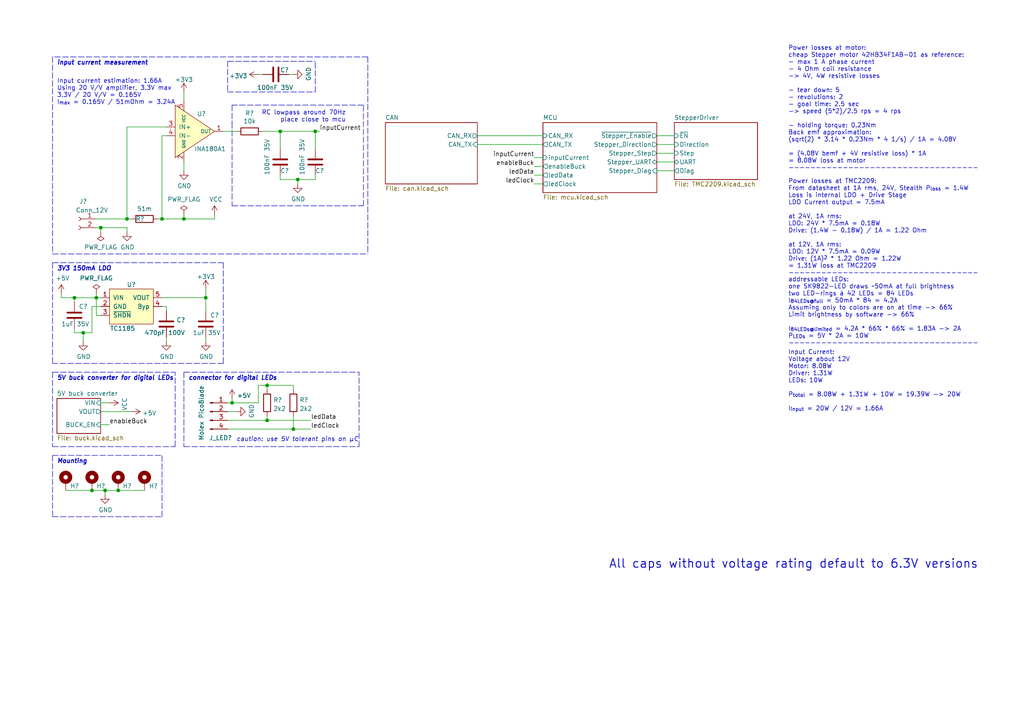
<source format=kicad_sch>
(kicad_sch (version 20211123) (generator eeschema)
  (paper "A4")
  (title_block (title "Stepper Servo") (company "oTToCar"))
  (lib_symbols
    (symbol "Connector:Conn_01x02_Female" (pin_names (offset 1.016) hide)
      (property "Reference" "J" (at 0 2.54 0))
      (property "Value" "Conn_01x02_Female" (at 0 -5.08 0))
      (symbol "Conn_01x02_Female_1_1"
        (arc (start 0 -2.032) (mid -0.508 -2.54) (end 0 -3.048) (stroke (width 0.1524)))
        (polyline (pts (xy -1.27 -2.54) (xy -0.508 -2.54)) (stroke (width 0.1524)))
        (polyline (pts (xy -1.27 0) (xy -0.508 0)) (stroke (width 0.1524)))
        (arc (start 0 0.508) (mid -0.508 0) (end 0 -0.508) (stroke (width 0.1524)))
        (pin passive line (at -5.08 0 0) (length 3.81) (name "Pin_1") (number "1"))
        (pin passive line (at -5.08 -2.54 0) (length 3.81) (name "Pin_2") (number "2"))
      )
    )
    (symbol "Connector:Conn_01x04_Male" (pin_names (offset 1.016) hide)
      (property "Reference" "J" (at 0 5.08 0))
      (property "Value" "Conn_01x04_Male" (at 0 -7.62 0))
      (symbol "Conn_01x04_Male_1_1"
        (polyline (pts (xy 1.27 -5.08) (xy 0.8636 -5.08)) (stroke (width 0.1524)))
        (polyline (pts (xy 1.27 -2.54) (xy 0.8636 -2.54)) (stroke (width 0.1524)))
        (polyline (pts (xy 1.27 0) (xy 0.8636 0)) (stroke (width 0.1524)))
        (polyline (pts (xy 1.27 2.54) (xy 0.8636 2.54)) (stroke (width 0.1524)))
        (rectangle (start 0.8636 -4.953) (end 0 -5.207) (stroke (width 0.1524)) (fill (type outline)))
        (rectangle (start 0.8636 -2.413) (end 0 -2.667) (stroke (width 0.1524)) (fill (type outline)))
        (rectangle (start 0.8636 0.127) (end 0 -0.127) (stroke (width 0.1524)) (fill (type outline)))
        (rectangle (start 0.8636 2.667) (end 0 2.413) (stroke (width 0.1524)) (fill (type outline)))
        (pin passive line (at 5.08 2.54 180) (length 3.81) (name "Pin_1") (number "1"))
        (pin passive line (at 5.08 0 180) (length 3.81) (name "Pin_2") (number "2"))
        (pin passive line (at 5.08 -2.54 180) (length 3.81) (name "Pin_3") (number "3"))
        (pin passive line (at 5.08 -5.08 180) (length 3.81) (name "Pin_4") (number "4"))
      )
    )
    (symbol "Device:C" (pin_numbers hide) (pin_names (offset 0.254))
      (property "Reference" "C" (at 0.635 2.54 0))
      (property "Value" "C" (at 0.635 -2.54 0))
      (symbol "C_0_1"
        (polyline (pts (xy -2.032 -0.762) (xy 2.032 -0.762)) (stroke (width 0.508)))
        (polyline (pts (xy -2.032 0.762) (xy 2.032 0.762)) (stroke (width 0.508)))
      )
      (symbol "C_1_1"
        (pin passive line (at 0 3.81 270) (length 2.794) (name "~") (number "1"))
        (pin passive line (at 0 -3.81 90) (length 2.794) (name "~") (number "2"))
      )
    )
    (symbol "Device:R" (pin_numbers hide) (pin_names (offset 0))
      (property "Reference" "R" (at 2.032 0 90))
      (property "Value" "R" (at 0 0 90))
      (symbol "R_0_1"
        (rectangle (start -1.016 -2.54) (end 1.016 2.54) (stroke (width 0.254)))
      )
      (symbol "R_1_1"
        (pin passive line (at 0 3.81 270) (length 1.27) (name "~") (number "1"))
        (pin passive line (at 0 -3.81 90) (length 1.27) (name "~") (number "2"))
      )
    )
    (symbol "Mechanical:MountingHole_Pad" (pin_numbers hide) (pin_names (offset 1.016) hide)
      (property "Reference" "H" (at 0 6.35 0))
      (property "Value" "MountingHole_Pad" (at 0 4.445 0))
      (symbol "MountingHole_Pad_0_1"
        (circle (center 0 1.27) (radius 1.27) (stroke (width 1.27)))
      )
      (symbol "MountingHole_Pad_1_1"
        (pin input line (at 0 -2.54 90) (length 2.54) (name "1") (number "1"))
      )
    )
    (symbol "extraSymbols:INA180A1" (pin_names (offset 1.016))
      (property "Reference" "U" (at 8.89 -3.81 0))
      (property "Value" "INA180A1" (at 10.16 4.445 0))
      (symbol "INA180A1_0_0"
        (pin output line (at 13.97 0 180) (length 2.54) (name "OUT") (number "1"))
        (pin power_in line (at 2.54 -8.89 90) (length 2.9) (name "GND") (number "2"))
        (pin passive line (at -2.54 1.27 0) (length 2.54) (name "IN+") (number "3"))
        (pin passive line (at -2.54 -1.27 0) (length 2.54) (name "IN-") (number "4"))
        (pin power_in line (at 2.54 8.89 270) (length 2.9) (name "VCC") (number "5"))
      )
      (symbol "INA180A1_0_1"
        (polyline (pts (xy 11.43 0) (xy 0 7.62) (xy 0 -7.62) (xy 11.43 0)) (fill (type background)))
      )
    )
    (symbol "extraSymbols:TC1185" (pin_names (offset 1.016))
      (property "Reference" "U?" (at 0 9.271 0))
      (property "Value" "TC1185" (at 0 6.9596 0))
      (symbol "TC1185_0_1"
        (rectangle (start -6.35 5.08) (end 6.35 -5.08) (fill (type background)))
      )
      (symbol "TC1185_1_1"
        (pin power_in line (at -8.89 2.54 0) (length 2.54) (name "VIN") (number "1"))
        (pin power_in line (at -8.89 0 0) (length 2.54) (name "GND") (number "2"))
        (pin input line (at -8.89 -2.54 0) (length 2.54) (name "~{SHDN}") (number "3"))
        (pin input line (at 8.89 0 180) (length 2.54) (name "Byp") (number "4"))
        (pin power_out line (at 8.89 2.54 180) (length 2.54) (name "VOUT") (number "5"))
      )
    )
    (symbol "power:+3V3" (power) (pin_names (offset 0))
      (property "Value" "+3V3" (at 0 3.556 0))
      (symbol "+3V3_0_1"
        (polyline (pts (xy -0.762 1.27) (xy 0 2.54)))
        (polyline (pts (xy 0 0) (xy 0 2.54)))
        (polyline (pts (xy 0 2.54) (xy 0.762 1.27)))
      )
      (symbol "+3V3_1_1"
        (pin power_in line (at 0 0 90) (length 0) hide (name "+3V3") (number "1"))
      )
    )
    (symbol "power:+5V" (power) (pin_names (offset 0))
      (property "Value" "+5V" (at 0 3.556 0))
      (symbol "+5V_0_1"
        (polyline (pts (xy -0.762 1.27) (xy 0 2.54)))
        (polyline (pts (xy 0 0) (xy 0 2.54)))
        (polyline (pts (xy 0 2.54) (xy 0.762 1.27)))
      )
      (symbol "+5V_1_1"
        (pin power_in line (at 0 0 90) (length 0) hide (name "+5V") (number "1"))
      )
    )
    (symbol "power:GND" (power) (pin_names (offset 0))
      (property "Value" "GND" (at 0 -3.81 0))
      (symbol "GND_0_1"
        (polyline (pts (xy 0 0) (xy 0 -1.27) (xy 1.27 -1.27) (xy 0 -2.54) (xy -1.27 -1.27) (xy 0 -1.27)))
      )
      (symbol "GND_1_1"
        (pin power_in line (at 0 0 270) (length 0) hide (name "GND") (number "1"))
      )
    )
    (symbol "power:PWR_FLAG" (power) (pin_numbers hide) (pin_names (offset 0) hide)
      (property "Value" "PWR_FLAG" (at 0 3.81 0))
      (symbol "PWR_FLAG_0_0"
        (pin power_out line (at 0 0 90) (length 0) (name "pwr") (number "1"))
      )
      (symbol "PWR_FLAG_0_1"
        (polyline (pts (xy 0 0) (xy 0 1.27) (xy -1.016 1.905) (xy 0 2.54) (xy 1.016 1.905) (xy 0 1.27)))
      )
    )
    (symbol "power:VCC" (power) (pin_names (offset 0))
      (property "Value" "VCC" (at 0 3.81 0))
      (symbol "VCC_0_1"
        (polyline (pts (xy -0.762 1.27) (xy 0 2.54)))
        (polyline (pts (xy 0 0) (xy 0 2.54)))
        (polyline (pts (xy 0 2.54) (xy 0.762 1.27)))
      )
      (symbol "VCC_1_1"
        (pin power_in line (at 0 0 90) (length 0) hide (name "VCC") (number "1"))
      )
    )
  )
  (junction (at 59.69 86.36))
  (junction (at 30.48 142.24))
  (junction (at 53.34 63.5))
  (junction (at 26.67 142.24))
  (junction (at 91.44 38.1))
  (junction (at 46.99 63.5))
  (junction (at 67.31 116.84))
  (junction (at 27.94 86.36))
  (junction (at 24.13 96.52))
  (junction (at 85.09 124.46))
  (junction (at 77.47 111.76))
  (junction (at 77.47 121.92))
  (junction (at 86.36 52.07))
  (junction (at 34.29 142.24))
  (junction (at 36.83 63.5))
  (junction (at 29.21 66.04))
  (junction (at 21.59 86.36))
  (junction (at 81.28 38.1))
  (polyline (pts (xy 15.24 76.2) (xy 15.24 105.41)))
  (wire (pts (xy 62.23 63.5) (xy 62.23 62.23)))
  (polyline (pts (xy 64.77 105.41) (xy 15.24 105.41)))
  (wire (pts (xy 85.09 120.65) (xy 85.09 124.46)))
  (polyline (pts (xy 91.44 26.67) (xy 91.44 17.78)))
  (wire (pts (xy 30.48 142.24) (xy 34.29 142.24)))
  (polyline (pts (xy 105.41 59.69) (xy 105.41 30.48)))
  (wire (pts (xy 34.29 142.24) (xy 41.91 142.24)))
  (polyline (pts (xy 66.04 26.67) (xy 91.44 26.67)))
  (wire (pts (xy 81.28 52.07) (xy 81.28 50.8)))
  (wire (pts (xy 27.94 86.36) (xy 29.21 86.36)))
  (polyline (pts (xy 106.68 16.51) (xy 106.68 73.66)))
  (wire (pts (xy 154.94 45.72) (xy 157.48 45.72)))
  (polyline (pts (xy 66.04 17.78) (xy 91.44 17.78)))
  (wire (pts (xy 21.59 86.36) (xy 27.94 86.36)))
  (polyline (pts (xy 67.31 30.48) (xy 67.31 35.56)))
  (wire (pts (xy 76.2 38.1) (xy 81.28 38.1)))
  (polyline (pts (xy 15.24 16.51) (xy 15.24 73.66)))
  (wire (pts (xy 46.99 39.37) (xy 46.99 63.5)))
  (wire (pts (xy 77.47 120.65) (xy 77.47 121.92)))
  (wire (pts (xy 77.47 111.76) (xy 85.09 111.76)))
  (wire (pts (xy 195.58 41.91) (xy 190.5 41.91)))
  (polyline (pts (xy 15.24 129.54) (xy 50.8 129.54)))
  (wire (pts (xy 85.09 111.76) (xy 85.09 113.03)))
  (wire (pts (xy 67.31 115.57) (xy 67.31 116.84)))
  (wire (pts (xy 67.31 116.84) (xy 66.04 116.84)))
  (polyline (pts (xy 15.24 149.86) (xy 46.99 149.86)))
  (wire (pts (xy 26.67 142.24) (xy 30.48 142.24)))
  (wire (pts (xy 29.21 119.38) (xy 38.1 119.38)))
  (wire (pts (xy 66.04 124.46) (xy 85.09 124.46)))
  (wire (pts (xy 53.34 46.99) (xy 53.34 49.53)))
  (wire (pts (xy 48.26 39.37) (xy 46.99 39.37)))
  (polyline (pts (xy 66.04 17.78) (xy 66.04 26.67)))
  (wire (pts (xy 66.04 121.92) (xy 77.47 121.92)))
  (wire (pts (xy 66.04 119.38) (xy 68.58 119.38)))
  (wire (pts (xy 53.34 26.67) (xy 53.34 29.21)))
  (wire (pts (xy 86.36 52.07) (xy 91.44 52.07)))
  (polyline (pts (xy 67.31 59.69) (xy 105.41 59.69)))
  (wire (pts (xy 67.31 116.84) (xy 74.93 116.84)))
  (wire (pts (xy 26.67 88.9) (xy 26.67 96.52)))
  (wire (pts (xy 29.21 67.31) (xy 29.21 66.04)))
  (wire (pts (xy 190.5 44.45) (xy 195.58 44.45)))
  (wire (pts (xy 85.09 124.46) (xy 90.17 124.46)))
  (wire (pts (xy 29.21 123.19) (xy 31.75 123.19)))
  (wire (pts (xy 85.09 21.59) (xy 83.82 21.59)))
  (wire (pts (xy 138.43 41.91) (xy 157.48 41.91)))
  (wire (pts (xy 91.44 38.1) (xy 92.71 38.1)))
  (wire (pts (xy 190.5 39.37) (xy 195.58 39.37)))
  (wire (pts (xy 26.67 96.52) (xy 24.13 96.52)))
  (wire (pts (xy 36.83 63.5) (xy 38.1 63.5)))
  (polyline (pts (xy 53.34 107.95) (xy 104.14 107.95)))
  (polyline (pts (xy 15.24 132.08) (xy 15.24 149.86)))
  (wire (pts (xy 74.93 111.76) (xy 77.47 111.76)))
  (wire (pts (xy 21.59 96.52) (xy 21.59 95.25)))
  (wire (pts (xy 48.26 97.79) (xy 48.26 99.06)))
  (wire (pts (xy 46.99 63.5) (xy 53.34 63.5)))
  (wire (pts (xy 81.28 52.07) (xy 86.36 52.07)))
  (wire (pts (xy 27.94 86.36) (xy 27.94 85.09)))
  (wire (pts (xy 154.94 53.34) (xy 157.48 53.34)))
  (wire (pts (xy 154.94 48.26) (xy 157.48 48.26)))
  (wire (pts (xy 48.26 36.83) (xy 36.83 36.83)))
  (wire (pts (xy 154.94 50.8) (xy 157.48 50.8)))
  (polyline (pts (xy 105.41 30.48) (xy 67.31 30.48)))
  (wire (pts (xy 45.72 63.5) (xy 46.99 63.5)))
  (wire (pts (xy 36.83 36.83) (xy 36.83 63.5)))
  (wire (pts (xy 74.93 21.59) (xy 76.2 21.59)))
  (polyline (pts (xy 53.34 129.54) (xy 104.14 129.54)))
  (wire (pts (xy 53.34 63.5) (xy 62.23 63.5)))
  (wire (pts (xy 91.44 52.07) (xy 91.44 50.8)))
  (polyline (pts (xy 15.24 107.95) (xy 15.24 129.54)))
  (wire (pts (xy 29.21 66.04) (xy 36.83 66.04)))
  (polyline (pts (xy 67.31 35.56) (xy 67.31 59.69)))
  (wire (pts (xy 19.05 142.24) (xy 26.67 142.24)))
  (wire (pts (xy 30.48 142.24) (xy 30.48 143.51)))
  (wire (pts (xy 77.47 121.92) (xy 90.17 121.92)))
  (wire (pts (xy 17.78 86.36) (xy 17.78 85.09)))
  (wire (pts (xy 24.13 99.06) (xy 24.13 96.52)))
  (wire (pts (xy 27.94 91.44) (xy 27.94 86.36)))
  (wire (pts (xy 59.69 90.17) (xy 59.69 86.36)))
  (wire (pts (xy 27.94 66.04) (xy 29.21 66.04)))
  (wire (pts (xy 64.77 38.1) (xy 68.58 38.1)))
  (wire (pts (xy 190.5 46.99) (xy 195.58 46.99)))
  (polyline (pts (xy 106.68 16.51) (xy 15.24 16.51)))
  (polyline (pts (xy 53.34 107.95) (xy 53.34 129.54)))
  (wire (pts (xy 36.83 66.04) (xy 36.83 67.31)))
  (wire (pts (xy 17.78 86.36) (xy 21.59 86.36)))
  (wire (pts (xy 81.28 38.1) (xy 91.44 38.1)))
  (wire (pts (xy 53.34 62.23) (xy 53.34 63.5)))
  (wire (pts (xy 74.93 116.84) (xy 74.93 111.76)))
  (wire (pts (xy 21.59 87.63) (xy 21.59 86.36)))
  (wire (pts (xy 91.44 38.1) (xy 91.44 43.18)))
  (wire (pts (xy 27.94 63.5) (xy 36.83 63.5)))
  (wire (pts (xy 138.43 39.37) (xy 157.48 39.37)))
  (polyline (pts (xy 64.77 76.2) (xy 64.77 105.41)))
  (wire (pts (xy 59.69 99.06) (xy 59.69 97.79)))
  (polyline (pts (xy 46.99 149.86) (xy 46.99 132.08)))
  (wire (pts (xy 77.47 113.03) (xy 77.47 111.76)))
  (polyline (pts (xy 15.24 76.2) (xy 64.77 76.2)))
  (wire (pts (xy 24.13 96.52) (xy 21.59 96.52)))
  (wire (pts (xy 48.26 90.17) (xy 48.26 88.9)))
  (polyline (pts (xy 15.24 132.08) (xy 46.99 132.08)))
  (wire (pts (xy 48.26 88.9) (xy 46.99 88.9)))
  (wire (pts (xy 29.21 91.44) (xy 27.94 91.44)))
  (wire (pts (xy 86.36 52.07) (xy 86.36 53.34)))
  (wire (pts (xy 29.21 116.84) (xy 31.75 116.84)))
  (polyline (pts (xy 50.8 129.54) (xy 50.8 107.95)))
  (polyline (pts (xy 15.24 107.95) (xy 50.8 107.95)))
  (wire (pts (xy 29.21 88.9) (xy 26.67 88.9)))
  (polyline (pts (xy 104.14 129.54) (xy 104.14 107.95)))
  (wire (pts (xy 46.99 86.36) (xy 59.69 86.36)))
  (wire (pts (xy 59.69 86.36) (xy 59.69 83.82)))
  (wire (pts (xy 81.28 38.1) (xy 81.28 43.18)))
  (wire (pts (xy 195.58 49.53) (xy 190.5 49.53)))
  (polyline (pts (xy 15.24 73.66) (xy 106.68 73.66)))
  (text "All caps without voltage rating default to 6.3V versions" (at 176.53 165.1 0) (effects (font (size 2.5 2.5) (thickness 0.254) bold) (justify left bottom)))
  (text "caution: use 5V tolerant pins on µC" (at 68.58 128.27 0) (effects (font (size 1.27 1.27) italic) (justify left bottom)))
  (text "Input current estimation: 1.66A\nUsing 20 V/V amplifier, 3.3V max\n3.3V / 20 V/V = 0.165V \nI_{max} = 0.165V / 51mOhm = 3.24A" (at 16.51 30.48 0) (effects (font (size 1.27 1.27)) (justify left bottom)))
  (text "Power losses at TMC2209:\nFrom datasheet at 1A rms, 24V, Stealth P_{loss} = 1.4W\nLoss is internal LDO + Drive Stage\nLDO Current output = 7.5mA\n\nat 24V, 1A rms: \nLDO: 24V * 7.5mA = 0.18W\nDrive: (1.4W - 0.18W) / 1A = 1.22 Ohm\n\nat 12V, 1A rms: \nLDO: 12V * 7.5mA = 0.09W\nDrive: (1A)^{2} * 1.22 Ohm = 1.22W\n= 1.31W loss at TMC2209\n-----------------------------------" (at 228.6 80.01 0) (effects (font (size 1.27 1.27)) (justify left bottom)))
  (text "RC lowpass around 70Hz\nplace close to mcu" (at 100.33 35.56 180) (effects (font (size 1.27 1.27)) (justify right bottom)))
  (text "addressable LEDs:\none SK9822-LED draws ~50mA at full brightness\ntwo LED-rings á 42 LEDs = 84 LEDs\nI_{84LEDs@full} = 50mA * 84 = 4.2A\nAssuming only to colors are on at time -> 66%\nLimit brightness by software -> 66% \n\nI_{84LEDs@limited} = 4.2A * 66% * 66% = 1.83A -> 2A\nP_{LEDs} = 5V * 2A = 10W\n-----------------------------------" (at 228.6 100.33 0) (effects (font (size 1.27 1.27)) (justify left bottom)))
  (text "3V3 150mA LDO" (at 16.51 78.74 0) (effects (font (size 1.27 1.27) (thickness 0.254) bold italic) (justify left bottom)))
  (text "connector for digital LEDs" (at 54.61 110.49 0) (effects (font (size 1.27 1.27) (thickness 0.254) bold italic) (justify left bottom)))
  (text "input current measurement" (at 16.51 19.05 0) (effects (font (size 1.27 1.27) (thickness 0.254) bold italic) (justify left bottom)))
  (text "Mounting" (at 16.51 134.62 0) (effects (font (size 1.27 1.27) (thickness 0.254) bold italic) (justify left bottom)))
  (text "5V buck converter for digital LEDs" (at 16.51 110.49 0) (effects (font (size 1.27 1.27) (thickness 0.254) bold italic) (justify left bottom)))
  (text "Input Current:\nVoltage about 12V\nMotor: 8.08W\nDriver: 1.31W\nLEDs: 10W\n\nP_{total} = 8.08W + 1.31W + 10W = 19.39W -> 20W\n\nI_{input} = 20W / 12V = 1.66A\n" (at 228.6 119.38 0) (effects (font (size 1.27 1.27)) (justify left bottom)))
  (text "Power losses at motor:\ncheap Stepper motor 42HB34F1AB-01 as reference:\n- max 1 A phase current \n- 4 Ohm coil resistance\n-> 4V, 4W resistive losses\n\n- tear down: 5\n- revolutions: 2\n- goal time: 2.5 sec\n-> speed (5*2)/2.5 rps = 4 rps\n\n- holding torque: 0.23Nm\nBack emf approximation:\n(sqrt(2) * 3.14 * 0.23Nm * 4 1/s) / 1A = 4.08V\n\n= (4.08V bemf + 4V resistive loss) * 1A \n= 8.08W loss at motor\n-----------------------------------" (at 228.6 49.53 0) (effects (font (size 1.27 1.27)) (justify left bottom)))
  (label "enableBuck" (at 31.75 123.19 0))
  (label "ledClock" (at 154.94 53.34 180))
  (label "ledData" (at 90.17 121.92 0))
  (label "inputCurrent" (at 92.71 38.1 0))
  (label "enableBuck" (at 154.94 48.26 180))
  (label "ledData" (at 154.94 50.8 180))
  (label "ledClock" (at 90.17 124.46 0))
  (label "inputCurrent" (at 154.94 45.72 180))
  (symbol (lib_id "Device:C") (at 21.59 91.44 0) (unit 1)
    (property "Reference" "C?" (at 22.86 88.9 0) (effects (justify left)))
    (property "Value" "1uF 35V" (at 17.78 93.98 0) (effects (justify left)))
    (property "Footprint" "Capacitor_SMD:C_0603_1608Metric" (effects hide))
  )
  (symbol (lib_id "Device:C") (at 48.26 93.98 0) (unit 1)
    (property "Reference" "C?" (at 51.181 92.8116 0) (effects (justify left)))
    (property "Value" "470pF 100V" (at 41.91 96.52 0) (effects (justify left)))
    (property "Footprint" "Capacitor_SMD:C_0603_1608Metric" (effects hide))
  )
  (symbol (lib_id "power:GND") (at 48.26 99.06 0) (unit 1)
    (property "Reference" "#PWR?" (effects hide))
    (property "Value" "GND" (at 48.387 103.4542 0))
  )
  (symbol (lib_id "Device:C") (at 59.69 93.98 0) (unit 1)
    (property "Reference" "C?" (at 60.96 91.44 0) (effects (justify left)))
    (property "Value" "1uF 35V" (at 55.88 96.52 0) (effects (justify left)))
    (property "Footprint" "Capacitor_SMD:C_0603_1608Metric" (effects hide))
  )
  (symbol (lib_id "power:GND") (at 59.69 99.06 0) (unit 1)
    (property "Reference" "#PWR?" (effects hide))
    (property "Value" "GND" (at 59.817 103.4542 0))
  )
  (symbol (lib_id "power:GND") (at 24.13 99.06 0) (unit 1)
    (property "Reference" "#PWR?" (effects hide))
    (property "Value" "GND" (at 24.257 103.4542 0))
  )
  (symbol (lib_id "power:+5V") (at 17.78 85.09 0) (unit 1)
    (property "Reference" "#PWR?" (effects hide))
    (property "Value" "+5V" (at 18.161 80.6958 0))
  )
  (symbol (lib_id "power:PWR_FLAG") (at 27.94 85.09 0) (unit 1)
    (property "Reference" "#FLG?" (effects hide))
    (property "Value" "PWR_FLAG" (at 27.94 80.6958 0))
  )
  (symbol (lib_id "power:GND") (at 36.83 67.31 0) (unit 1)
    (property "Reference" "#PWR?" (effects hide))
    (property "Value" "GND" (at 36.957 71.7042 0))
  )
  (symbol (lib_id "Mechanical:MountingHole_Pad") (at 19.05 139.7 0) (unit 1)
    (property "Reference" "H?" (at 20.32 140.97 0) (effects (justify left)))
    (property "Value" "MountingHole_Pad" (effects hide))
    (property "Footprint" "MountingHole:MountingHole_3.2mm_M3_Pad_Via" (effects hide))
  )
  (symbol (lib_id "Mechanical:MountingHole_Pad") (at 26.67 139.7 0) (unit 1)
    (property "Reference" "H?" (at 27.94 140.97 0) (effects (justify left)))
    (property "Value" "MountingHole_Pad" (effects hide))
    (property "Footprint" "MountingHole:MountingHole_3.2mm_M3_Pad_Via" (effects hide))
  )
  (symbol (lib_id "Mechanical:MountingHole_Pad") (at 34.29 139.7 0) (unit 1)
    (property "Reference" "H?" (at 35.56 140.97 0) (effects (justify left)))
    (property "Value" "MountingHole_Pad" (effects hide))
    (property "Footprint" "MountingHole:MountingHole_3.2mm_M3_Pad_Via" (effects hide))
  )
  (symbol (lib_id "Mechanical:MountingHole_Pad") (at 41.91 139.7 0) (unit 1)
    (property "Reference" "H?" (at 43.18 140.97 0) (effects (justify left)))
    (property "Value" "MountingHole_Pad" (effects hide))
    (property "Footprint" "MountingHole:MountingHole_3.2mm_M3_Pad_Via" (effects hide))
  )
  (symbol (lib_id "power:GND") (at 30.48 143.51 0) (unit 1)
    (property "Reference" "#PWR?" (effects hide))
    (property "Value" "GND" (at 30.607 147.9042 0))
  )
  (symbol (lib_id "Device:R") (at 72.39 38.1 270) (unit 1)
    (property "Reference" "R?" (at 72.39 32.8422 90))
    (property "Value" "10k" (at 72.39 35.1536 90))
    (property "Footprint" "Resistor_SMD:R_0603_1608Metric" (effects hide))
  )
  (symbol (lib_id "Device:C") (at 91.44 46.99 0) (unit 1)
    (property "Reference" "C?" (at 91.44 49.53 0) (effects (justify left)))
    (property "Value" "100nF 35V" (at 87.63 50.8 90) (effects (justify left)))
    (property "Footprint" "Capacitor_SMD:C_0603_1608Metric" (effects hide))
  )
  (symbol (lib_id "Device:C") (at 81.28 46.99 0) (unit 1)
    (property "Reference" "C?" (at 81.28 49.53 0) (effects (justify left)))
    (property "Value" "100nF 35V" (at 77.47 50.8 90) (effects (justify left)))
    (property "Footprint" "Capacitor_SMD:C_0603_1608Metric" (effects hide))
  )
  (symbol (lib_id "power:VCC") (at 62.23 62.23 0) (unit 1)
    (property "Reference" "#PWR?" (effects hide))
    (property "Value" "VCC" (at 62.611 57.8358 0))
  )
  (symbol (lib_id "Device:R") (at 41.91 63.5 270) (unit 1)
    (property "Reference" "R?" (at 40.64 63.5 90))
    (property "Value" "51m" (at 41.91 60.5536 90))
    (property "Footprint" "Resistor_SMD:R_0612_1632Metric" (effects hide))
  )
  (symbol (lib_id "power:PWR_FLAG") (at 29.21 67.31 180) (unit 1)
    (property "Reference" "#FLG?" (effects hide))
    (property "Value" "PWR_FLAG" (at 29.21 71.7042 0))
  )
  (symbol (lib_id "power:PWR_FLAG") (at 53.34 62.23 0) (unit 1)
    (property "Reference" "#FLG?" (effects hide))
    (property "Value" "PWR_FLAG" (at 53.34 57.8358 0))
  )
  (symbol (lib_id "power:GND") (at 53.34 49.53 0) (unit 1)
    (property "Reference" "#PWR?" (effects hide))
    (property "Value" "GND" (at 53.467 53.9242 0))
  )
  (symbol (lib_id "power:GND") (at 86.36 53.34 0) (unit 1)
    (property "Reference" "#PWR?" (effects hide))
    (property "Value" "GND" (at 86.487 57.7342 0))
  )
  (symbol (lib_id "Device:C") (at 80.01 21.59 90) (unit 1)
    (property "Reference" "C?" (at 83.82 20.32 90) (effects (justify left)))
    (property "Value" "100nF 35V" (at 85.09 25.4 90) (effects (justify left)))
    (property "Footprint" "Capacitor_SMD:C_0603_1608Metric" (effects hide))
  )
  (symbol (lib_id "power:GND") (at 85.09 21.59 90) (unit 1)
    (property "Reference" "#PWR?" (effects hide))
    (property "Value" "GND" (at 89.4842 21.463 0))
  )
  (symbol (lib_id "extraSymbols:TC1185") (at 38.1 88.9 0) (unit 1)
    (property "Reference" "U?" (at 38.1 82.55 0))
    (property "Value" "TC1185" (at 35.56 95.25 0))
    (property "Footprint" "Package_TO_SOT_SMD:SOT-23-5" (effects hide))
    (property "Datasheet" "http://ww1.microchip.com/downloads/en/devicedoc/21335e.pdf" (effects hide))
  )
  (symbol (lib_id "power:VCC") (at 31.75 116.84 270) (unit 1)
    (property "Reference" "#PWR?" (effects hide))
    (property "Value" "VCC" (at 36.1442 117.221 0))
  )
  (symbol (lib_id "power:+3V3") (at 59.69 83.82 0) (unit 1)
    (property "Reference" "#PWR?" (effects hide))
    (property "Value" "+3V3" (at 59.69 80.2442 0))
  )
  (symbol (lib_id "power:+3V3") (at 53.34 26.67 0) (unit 1)
    (property "Reference" "#PWR?" (effects hide))
    (property "Value" "+3V3" (at 53.34 23.0942 0))
  )
  (symbol (lib_id "Connector:Conn_01x02_Female") (at 22.86 63.5 0) (mirror y) (unit 1)
    (property "Reference" "J?" (at 24.13 58.42 0))
    (property "Value" "Conn_12V" (at 26.67 60.96 0))
  )
  (symbol (lib_id "Connector:Conn_01x04_Male") (at 60.96 119.38 0) (unit 1)
    (property "Reference" "J_LED?" (at 67.31 127 0) (effects (justify right)))
    (property "Value" "Molex PicoBlade" (at 58.42 111.76 90) (effects (justify right)))
    (property "Footprint" "Connector_Molex:Molex_PicoBlade_53047-0410_1x04_P1.25mm_Vertical" (effects hide))
  )
  (symbol (lib_id "extraSymbols:INA180A1") (at 50.8 38.1 0) (unit 1)
    (property "Reference" "U?" (at 58.42 33.02 0))
    (property "Value" "INA180A1" (at 60.96 43.18 0))
    (property "Footprint" "Package_TO_SOT_SMD:SOT-23-5" (effects hide))
    (property "Datasheet" "https://www.ti.com/general/docs/suppproductinfo.tsp?distId=26&gotoUrl=http%3A%2F%2Fwww.ti.com%2Flit%2Fgpn%2Fina180" (effects hide))
  )
  (symbol (lib_id "power:+5V") (at 38.1 119.38 270) (unit 1)
    (property "Reference" "#PWR?" (effects hide))
    (property "Value" "+5V" (at 41.275 119.8138 90) (effects (justify left)))
  )
  (symbol (lib_id "Device:R") (at 77.47 116.84 0) (unit 1)
    (property "Reference" "R?" (at 79.248 116.0053 0) (effects (justify left)))
    (property "Value" "2k2" (at 79.248 118.5422 0) (effects (justify left)))
  )
  (symbol (lib_id "Device:R") (at 85.09 116.84 0) (unit 1)
    (property "Reference" "R?" (at 86.868 116.0053 0) (effects (justify left)))
    (property "Value" "2k2" (at 86.868 118.5422 0) (effects (justify left)))
  )
  (symbol (lib_id "power:+3V3") (at 74.93 21.59 90) (unit 1)
    (property "Reference" "#PWR?" (effects hide))
    (property "Value" "+3V3" (at 71.755 22.0238 90) (effects (justify left)))
  )
  (symbol (lib_id "power:GND") (at 68.58 119.38 90) (unit 1)
    (property "Reference" "#PWR?" (effects hide))
    (property "Value" "GND" (at 72.9742 119.253 0))
  )
  (symbol (lib_id "power:+5V") (at 67.31 115.57 0) (unit 1)
    (property "Reference" "#PWR?" (effects hide))
    (property "Value" "+5V" (at 68.707 114.7338 0) (effects (justify left)))
  )
  (sheet (at 195.58 35.56) (size 24.13 16.51)
    (property "Sheet name" "StepperDriver" (at 195.58 34.8484 0) (effects (justify left bottom)))
    (property "Sheet file" "TMC2209.kicad_sch" (at 195.58 52.6546 0) (effects (justify left top)))
    (pin "~{EN}" input (at 195.58 39.37 180))
    (pin "Direction" input (at 195.58 41.91 180))
    (pin "Step" input (at 195.58 44.45 180))
    (pin "UART" bidirectional (at 195.58 46.99 180))
    (pin "Diag" output (at 195.58 49.53 180))
  )
  (sheet (at 157.48 35.56) (size 33.02 20.32)
    (property "Sheet name" "MCU" (at 157.48 34.8484 0) (effects (justify left bottom)))
    (property "Sheet file" "mcu.kicad_sch" (at 157.48 56.4646 0) (effects (justify left top)))
    (pin "CAN_RX" input (at 157.48 39.37 180))
    (pin "CAN_TX" output (at 157.48 41.91 180))
    (pin "Stepper_Step" output (at 190.5 44.45 0))
    (pin "Stepper_Direction" output (at 190.5 41.91 0))
    (pin "Stepper_Diag" input (at 190.5 49.53 0))
    (pin "Stepper_UART" bidirectional (at 190.5 46.99 0))
    (pin "~{Stepper_Enable}" output (at 190.5 39.37 0))
    (pin "inputCurrent" input (at 157.48 45.72 180))
    (pin "enableBuck" output (at 157.48 48.26 180))
    (pin "ledData" output (at 157.48 50.8 180))
    (pin "ledClock" output (at 157.48 53.34 180))
  )
  (sheet (at 111.76 35.56) (size 26.67 17.78) (stroke (width 0.1524))
    (property "Sheet name" "CAN" (at 111.76 34.8484 0) (effects (justify left bottom)))
    (property "Sheet file" "can.kicad_sch" (at 111.76 53.9246 0) (effects (justify left top)))
    (pin "CAN_RX" output (at 138.43 39.37 0))
    (pin "CAN_TX" input (at 138.43 41.91 0))
  )
  (sheet (at 16.51 115.57) (size 12.7 10.16) (stroke (width 0.1524))
    (property "Sheet name" "5V buck converter" (at 16.51 114.8584 0) (effects (justify left bottom)))
    (property "Sheet file" "buck.kicad_sch" (at 16.51 126.3146 0) (effects (justify left top)))
    (pin "VOUT" output (at 29.21 119.38 0))
    (pin "VIN" input (at 29.21 116.84 0))
    (pin "BUCK_EN" input (at 29.21 123.19 0))
  )
)
</source>
